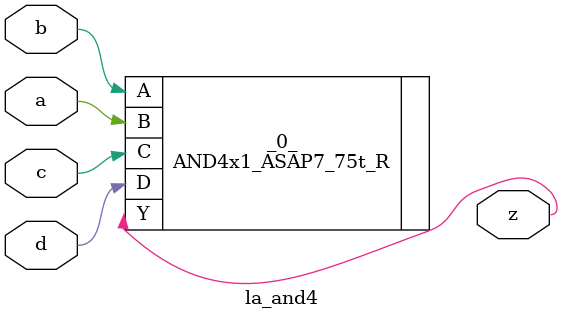
<source format=v>

/* Generated by Yosys 0.40 (git sha1 a1bb0255d, g++ 11.4.0-1ubuntu1~22.04 -fPIC -Os) */

module la_and4(a, b, c, d, z);
  input a;
  wire a;
  input b;
  wire b;
  input c;
  wire c;
  input d;
  wire d;
  output z;
  wire z;
  AND4x1_ASAP7_75t_R _0_ (
    .A(b),
    .B(a),
    .C(c),
    .D(d),
    .Y(z)
  );
endmodule

</source>
